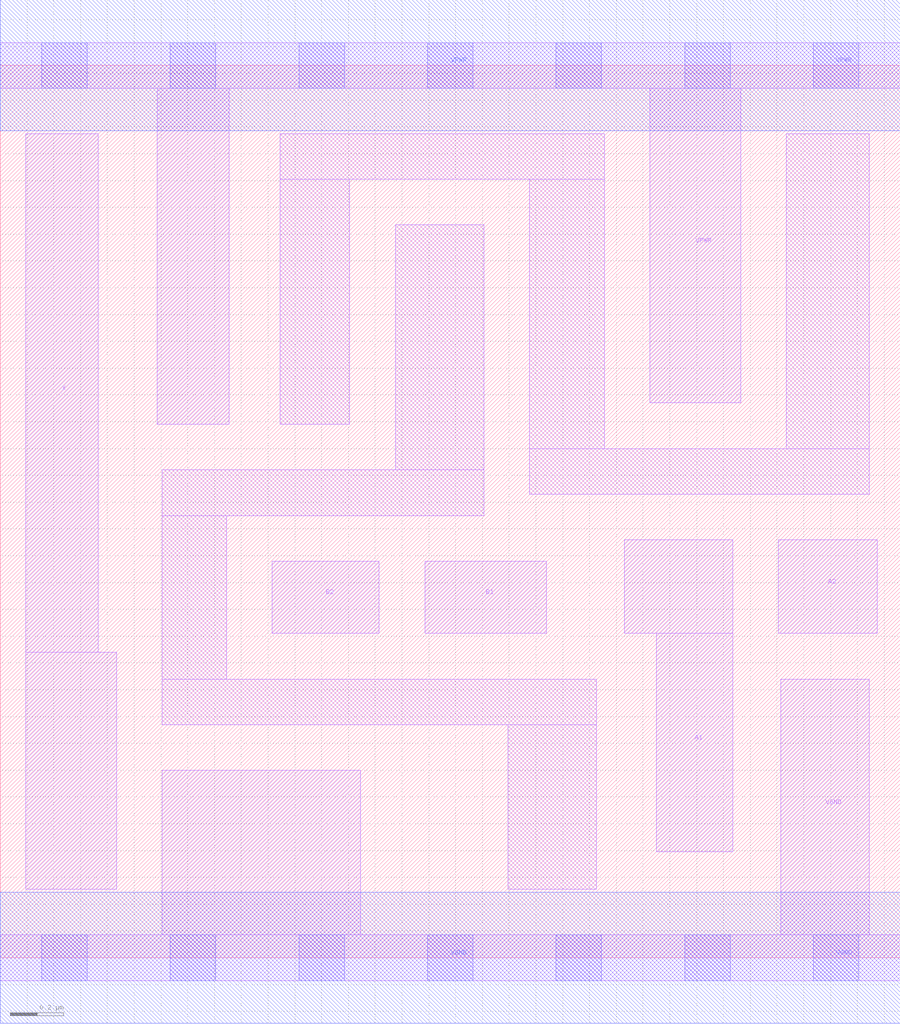
<source format=lef>
# Copyright 2020 The SkyWater PDK Authors
#
# Licensed under the Apache License, Version 2.0 (the "License");
# you may not use this file except in compliance with the License.
# You may obtain a copy of the License at
#
#     https://www.apache.org/licenses/LICENSE-2.0
#
# Unless required by applicable law or agreed to in writing, software
# distributed under the License is distributed on an "AS IS" BASIS,
# WITHOUT WARRANTIES OR CONDITIONS OF ANY KIND, either express or implied.
# See the License for the specific language governing permissions and
# limitations under the License.
#
# SPDX-License-Identifier: Apache-2.0

VERSION 5.7 ;
  NAMESCASESENSITIVE ON ;
  NOWIREEXTENSIONATPIN ON ;
  DIVIDERCHAR "/" ;
  BUSBITCHARS "[]" ;
UNITS
  DATABASE MICRONS 200 ;
END UNITS
MACRO sky130_fd_sc_lp__a22o_1
  CLASS CORE ;
  SOURCE USER ;
  FOREIGN sky130_fd_sc_lp__a22o_1 ;
  ORIGIN  0.000000  0.000000 ;
  SIZE  3.360000 BY  3.330000 ;
  SYMMETRY X Y R90 ;
  SITE unit ;
  PIN A1
    ANTENNAGATEAREA  0.315000 ;
    DIRECTION INPUT ;
    USE SIGNAL ;
    PORT
      LAYER li1 ;
        RECT 2.330000 1.210000 2.735000 1.560000 ;
        RECT 2.450000 0.395000 2.735000 1.210000 ;
    END
  END A1
  PIN A2
    ANTENNAGATEAREA  0.315000 ;
    DIRECTION INPUT ;
    USE SIGNAL ;
    PORT
      LAYER li1 ;
        RECT 2.905000 1.210000 3.275000 1.560000 ;
    END
  END A2
  PIN B1
    ANTENNAGATEAREA  0.315000 ;
    DIRECTION INPUT ;
    USE SIGNAL ;
    PORT
      LAYER li1 ;
        RECT 1.585000 1.210000 2.040000 1.480000 ;
    END
  END B1
  PIN B2
    ANTENNAGATEAREA  0.315000 ;
    DIRECTION INPUT ;
    USE SIGNAL ;
    PORT
      LAYER li1 ;
        RECT 1.015000 1.210000 1.415000 1.480000 ;
    END
  END B2
  PIN X
    ANTENNADIFFAREA  0.556500 ;
    DIRECTION OUTPUT ;
    USE SIGNAL ;
    PORT
      LAYER li1 ;
        RECT 0.095000 0.255000 0.435000 1.140000 ;
        RECT 0.095000 1.140000 0.365000 3.075000 ;
    END
  END X
  PIN VGND
    DIRECTION INOUT ;
    USE GROUND ;
    PORT
      LAYER li1 ;
        RECT 0.000000 -0.085000 3.360000 0.085000 ;
        RECT 0.605000  0.085000 1.345000 0.700000 ;
        RECT 2.915000  0.085000 3.245000 1.040000 ;
      LAYER mcon ;
        RECT 0.155000 -0.085000 0.325000 0.085000 ;
        RECT 0.635000 -0.085000 0.805000 0.085000 ;
        RECT 1.115000 -0.085000 1.285000 0.085000 ;
        RECT 1.595000 -0.085000 1.765000 0.085000 ;
        RECT 2.075000 -0.085000 2.245000 0.085000 ;
        RECT 2.555000 -0.085000 2.725000 0.085000 ;
        RECT 3.035000 -0.085000 3.205000 0.085000 ;
      LAYER met1 ;
        RECT 0.000000 -0.245000 3.360000 0.245000 ;
    END
  END VGND
  PIN VPWR
    DIRECTION INOUT ;
    USE POWER ;
    PORT
      LAYER li1 ;
        RECT 0.000000 3.245000 3.360000 3.415000 ;
        RECT 0.585000 1.990000 0.855000 3.245000 ;
        RECT 2.425000 2.070000 2.765000 3.245000 ;
      LAYER mcon ;
        RECT 0.155000 3.245000 0.325000 3.415000 ;
        RECT 0.635000 3.245000 0.805000 3.415000 ;
        RECT 1.115000 3.245000 1.285000 3.415000 ;
        RECT 1.595000 3.245000 1.765000 3.415000 ;
        RECT 2.075000 3.245000 2.245000 3.415000 ;
        RECT 2.555000 3.245000 2.725000 3.415000 ;
        RECT 3.035000 3.245000 3.205000 3.415000 ;
      LAYER met1 ;
        RECT 0.000000 3.085000 3.360000 3.575000 ;
    END
  END VPWR
  OBS
    LAYER li1 ;
      RECT 0.605000 0.870000 2.225000 1.040000 ;
      RECT 0.605000 1.040000 0.845000 1.650000 ;
      RECT 0.605000 1.650000 1.805000 1.820000 ;
      RECT 1.045000 1.990000 1.305000 2.905000 ;
      RECT 1.045000 2.905000 2.255000 3.075000 ;
      RECT 1.475000 1.820000 1.805000 2.735000 ;
      RECT 1.895000 0.255000 2.225000 0.870000 ;
      RECT 1.975000 1.730000 3.245000 1.900000 ;
      RECT 1.975000 1.900000 2.255000 2.905000 ;
      RECT 2.935000 1.900000 3.245000 3.075000 ;
  END
END sky130_fd_sc_lp__a22o_1

</source>
